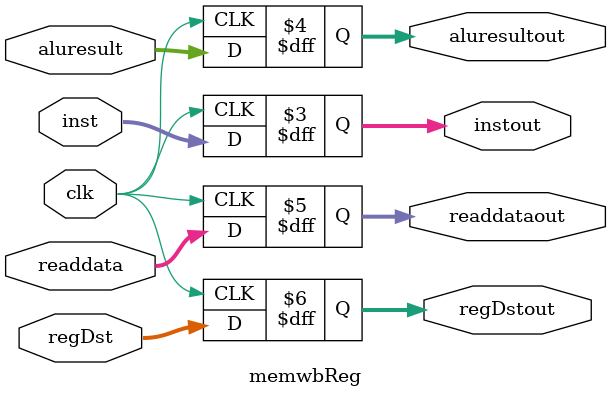
<source format=v>
module ifidReg(input clk, input [31:0] inst, input [31:0] pc4in, output reg [31:0] instout, output reg [31:0] pc4out);


initial begin
	instout = 32'h00000020;
end

always@(posedge clk) begin
	instout = inst;
	pc4out = pc4in;
end	 
endmodule					


module idexReg(
	input clk, input [31:0] inst, input [31:0] pc4in, input [31:0] rd1, input [31:0] rd2, input [31:0] se1, input [27:0] sl1,
	output reg [31:0] instout, output reg [31:0] pc4out, output reg [31:0] rd1out, output reg [31:0] rd2out, output reg [31:0] se1out,
	output reg [27:0] sl1out
	);

initial begin
	instout = 32'h00000020;
end

always@(posedge clk) begin
	instout = inst;
	pc4out = pc4in;
	rd1out = rd1;
	rd2out = rd2;
	se1out = se1;
	sl1out = sl1;
end	 
endmodule	



module exmemReg(
	input clk, input [31:0] inst, input [31:0] pc4in, input [31:0] aluresult, input [31:0] rd2, input [4:0] regDst, input Zero, input [31:0] adder1res,
	output reg [31:0] instout, output reg [31:0] aluresultout, output reg [31:0] rd2out, output reg [31:0] pc4out,
	output reg [4:0] regDstout, output reg Zeroout, output reg [31:0] adder1resout,
	);

initial begin
	instout = 32'h00000020;
end

always@(posedge clk) begin
	instout = inst;
	pc4out = pc4in;
	aluresultout = aluresult;
	rd2out = rd2;
	regDstout = regDst;
	Zeroout = Zero;
	adder1resout = adder1res;
end	 
endmodule

module memwbReg(
	input clk, input [31:0] inst, input [31:0] aluresult, input [31:0] readdata, input [4:0] regDst,
	output reg [31:0] instout, output reg [31:0] aluresultout, output reg [31:0] readdataout,
	output reg [4:0] regDstout,
	);

initial begin
	instout = 32'h00000020;
end

always@(posedge clk) begin
	instout = inst;
	aluresultout = aluresult;
	readdataout = readdata;
	regDstout = regDst;
end	 
endmodule
</source>
